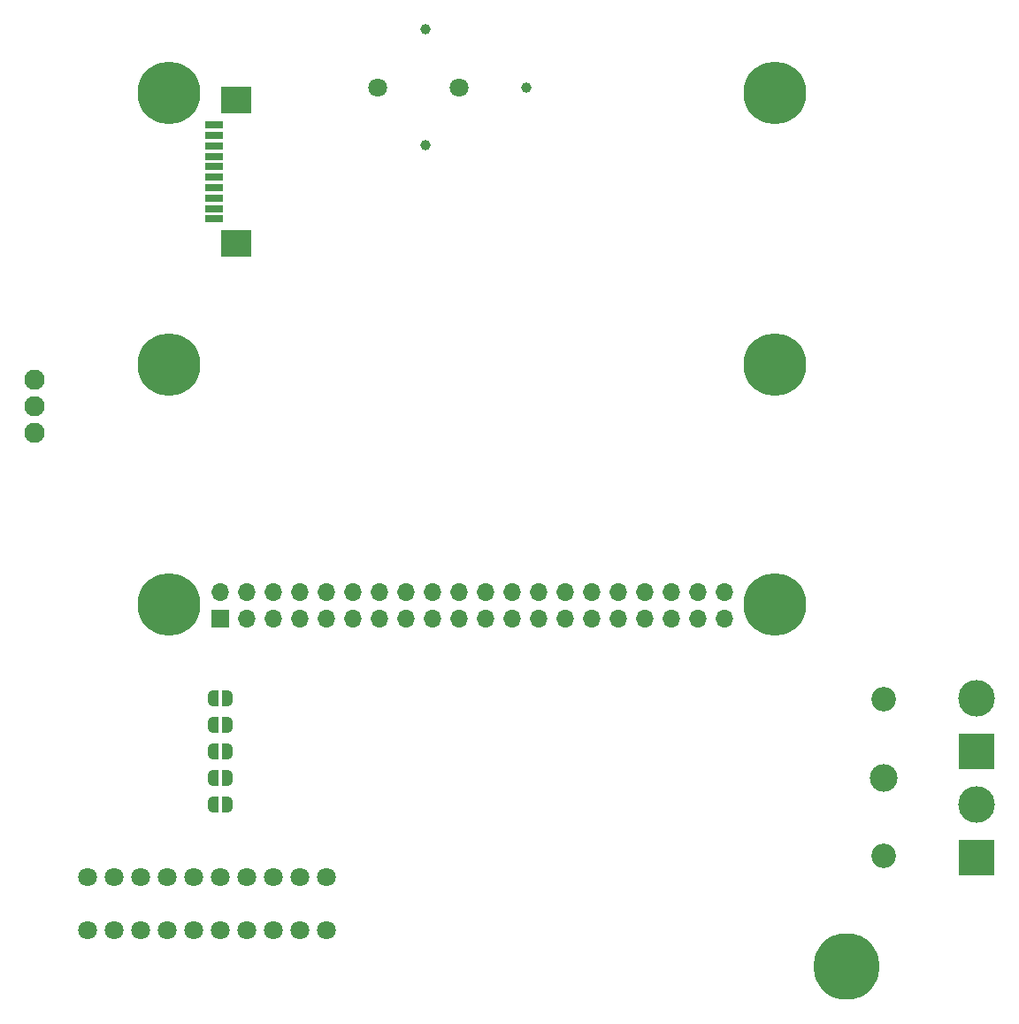
<source format=gbr>
%TF.GenerationSoftware,KiCad,Pcbnew,8.0.6-8.0.6-0~ubuntu24.04.1*%
%TF.CreationDate,2024-12-11T22:34:41+03:00*%
%TF.ProjectId,PM-CPU-RP,504d2d43-5055-42d5-9250-2e6b69636164,rev?*%
%TF.SameCoordinates,Original*%
%TF.FileFunction,Soldermask,Bot*%
%TF.FilePolarity,Negative*%
%FSLAX46Y46*%
G04 Gerber Fmt 4.6, Leading zero omitted, Abs format (unit mm)*
G04 Created by KiCad (PCBNEW 8.0.6-8.0.6-0~ubuntu24.04.1) date 2024-12-11 22:34:41*
%MOMM*%
%LPD*%
G01*
G04 APERTURE LIST*
G04 Aperture macros list*
%AMFreePoly0*
4,1,19,0.500000,-0.750000,0.000000,-0.750000,0.000000,-0.744911,-0.071157,-0.744911,-0.207708,-0.704816,-0.327430,-0.627875,-0.420627,-0.520320,-0.479746,-0.390866,-0.500000,-0.250000,-0.500000,0.250000,-0.479746,0.390866,-0.420627,0.520320,-0.327430,0.627875,-0.207708,0.704816,-0.071157,0.744911,0.000000,0.744911,0.000000,0.750000,0.500000,0.750000,0.500000,-0.750000,0.500000,-0.750000,
$1*%
%AMFreePoly1*
4,1,19,0.000000,0.744911,0.071157,0.744911,0.207708,0.704816,0.327430,0.627875,0.420627,0.520320,0.479746,0.390866,0.500000,0.250000,0.500000,-0.250000,0.479746,-0.390866,0.420627,-0.520320,0.327430,-0.627875,0.207708,-0.704816,0.071157,-0.744911,0.000000,-0.744911,0.000000,-0.750000,-0.500000,-0.750000,-0.500000,0.750000,0.000000,0.750000,0.000000,0.744911,0.000000,0.744911,
$1*%
G04 Aperture macros list end*
%ADD10R,1.803400X0.635000*%
%ADD11R,2.997200X2.590800*%
%ADD12O,6.350000X6.350000*%
%ADD13C,1.000000*%
%ADD14C,1.800000*%
%ADD15C,6.000000*%
%ADD16O,1.700000X1.700000*%
%ADD17R,1.700000X1.700000*%
%ADD18R,3.500000X3.500000*%
%ADD19C,3.500000*%
%ADD20C,1.950000*%
%ADD21C,2.650000*%
%ADD22C,2.350000*%
%ADD23FreePoly0,180.000000*%
%ADD24FreePoly1,180.000000*%
G04 APERTURE END LIST*
D10*
%TO.C,J10*%
X-28556000Y34499991D03*
X-28556000Y33499993D03*
X-28556000Y32499995D03*
X-28556000Y31499997D03*
X-28556000Y30499999D03*
X-28556000Y29500001D03*
X-28556000Y28500003D03*
X-28556000Y27500005D03*
X-28556000Y26500007D03*
X-28556000Y25500009D03*
D11*
X-26385999Y36850002D03*
X-26385999Y23149998D03*
%TD*%
D12*
%TO.C,PE1*%
X32000000Y-46000000D03*
%TD*%
D13*
%TO.C,J1*%
X-8284000Y32550000D03*
X1329000Y38100000D03*
X-8284000Y43650000D03*
D14*
X-12830000Y38100000D03*
X-5080000Y38100000D03*
%TD*%
D15*
%TO.C,D1*%
X-32870000Y-11410000D03*
X25130000Y-11410000D03*
X-32870000Y11590000D03*
X25130000Y11590000D03*
X-32870000Y37590000D03*
X25130000Y37590000D03*
D16*
X-27940000Y-10160000D03*
D17*
X-27940000Y-12700000D03*
D16*
X-25400000Y-10160000D03*
X-25400000Y-12700000D03*
X-22860000Y-10160000D03*
X-22860000Y-12700000D03*
X-20320000Y-10160000D03*
X-20320000Y-12700000D03*
X-17780000Y-10160000D03*
X-17780000Y-12700000D03*
X-15240000Y-10160000D03*
X-15240000Y-12700000D03*
X-12700000Y-10160000D03*
X-12700000Y-12700000D03*
X-10160000Y-10160000D03*
X-10160000Y-12700000D03*
X-7620000Y-10160000D03*
X-7620000Y-12700000D03*
X-5080000Y-10160000D03*
X-5080000Y-12700000D03*
X-2540000Y-10160000D03*
X-2540000Y-12700000D03*
X0Y-10160000D03*
X0Y-12700000D03*
X2540000Y-10160000D03*
X2540000Y-12700000D03*
X5080000Y-10160000D03*
X5080000Y-12700000D03*
X7620000Y-10160000D03*
X7620000Y-12700000D03*
X10160000Y-10160000D03*
X10160000Y-12700000D03*
X12700000Y-10160000D03*
X12700000Y-12700000D03*
X15240000Y-10160000D03*
X15240000Y-12700000D03*
X17780000Y-10160000D03*
X17780000Y-12700000D03*
X20320000Y-10160000D03*
X20320000Y-12700000D03*
%TD*%
D18*
%TO.C,J6*%
X44450000Y-25400000D03*
D19*
X44450000Y-20320000D03*
%TD*%
D20*
%TO.C,J4*%
X-45720000Y5080000D03*
X-45720000Y7620000D03*
X-45720000Y10160000D03*
%TD*%
D18*
%TO.C,J7*%
X44450000Y-35560000D03*
D19*
X44450000Y-30480000D03*
%TD*%
D14*
%TO.C,XG1*%
X-40640000Y-37465000D03*
X-40640000Y-42545000D03*
X-38100000Y-37465000D03*
X-38100000Y-42545000D03*
X-35560000Y-37465000D03*
X-33020000Y-37465000D03*
X-30480000Y-37465000D03*
X-30480000Y-42545000D03*
X-27940000Y-37465000D03*
X-27940000Y-42545000D03*
X-25400000Y-37465000D03*
X-25400000Y-42545000D03*
X-22860000Y-37465000D03*
X-20320000Y-37465000D03*
X-17780000Y-37465000D03*
X-17780000Y-42545000D03*
X-35560000Y-42545000D03*
X-33020000Y-42545000D03*
X-22860000Y-42545000D03*
X-20320000Y-42545000D03*
%TD*%
D21*
%TO.C,U1*%
X35560000Y-27940000D03*
D22*
X35560000Y-35440000D03*
X35560000Y-20440000D03*
%TD*%
D23*
%TO.C,JP4*%
X-27290000Y-20320000D03*
D24*
X-28590000Y-20320000D03*
%TD*%
D23*
%TO.C,JP2*%
X-27290000Y-25400000D03*
D24*
X-28590000Y-25400000D03*
%TD*%
D23*
%TO.C,JP5*%
X-27290000Y-27940000D03*
D24*
X-28590000Y-27940000D03*
%TD*%
D23*
%TO.C,JP1*%
X-27290000Y-30480000D03*
D24*
X-28590000Y-30480000D03*
%TD*%
D23*
%TO.C,JP3*%
X-27290000Y-22860000D03*
D24*
X-28590000Y-22860000D03*
%TD*%
M02*

</source>
